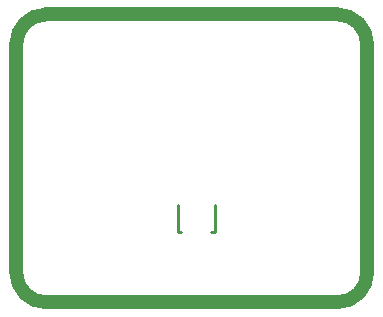
<source format=gm1>
G04*
G04 #@! TF.GenerationSoftware,Altium Limited,Altium Designer,19.1.5 (86)*
G04*
G04 Layer_Color=16711935*
%FSLAX25Y25*%
%MOIN*%
G70*
G01*
G75*
%ADD12C,0.01000*%
%ADD45C,0.04724*%
D12*
X166342Y177917D02*
Y186917D01*
X164842Y177917D02*
X166342D01*
X153842D02*
Y186917D01*
Y177917D02*
X154842D01*
D45*
X100000Y164500D02*
G03*
X110000Y154500I10000J-0D01*
G01*
X110000Y250500D02*
G03*
X100000Y240500I-0J-10000D01*
G01*
X217000Y240500D02*
G03*
X207000Y250500I-10000J0D01*
G01*
Y154500D02*
G03*
X217000Y164500I0J10000D01*
G01*
X100000Y164500D02*
Y240500D01*
X110000Y250500D02*
X207000Y250500D01*
X217000Y164500D02*
Y240500D01*
X110000Y154500D02*
X207000D01*
M02*

</source>
